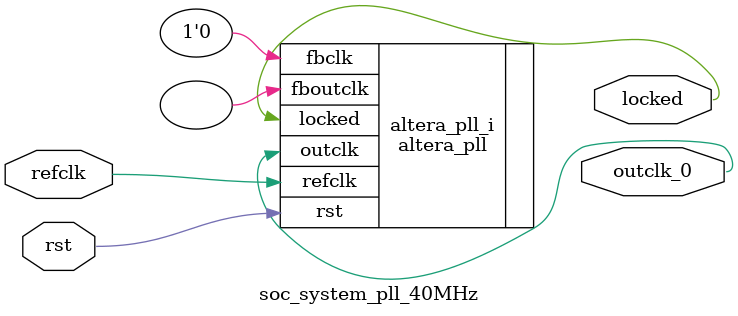
<source format=v>
`timescale 1ns/10ps
module  soc_system_pll_40MHz(

	// interface 'refclk'
	input wire refclk,

	// interface 'reset'
	input wire rst,

	// interface 'outclk0'
	output wire outclk_0,

	// interface 'locked'
	output wire locked
);

	altera_pll #(
		.fractional_vco_multiplier("false"),
		.reference_clock_frequency("50.0 MHz"),
		.operation_mode("direct"),
		.number_of_clocks(1),
		.output_clock_frequency0("40.000000 MHz"),
		.phase_shift0("0 ps"),
		.duty_cycle0(50),
		.output_clock_frequency1("0 MHz"),
		.phase_shift1("0 ps"),
		.duty_cycle1(50),
		.output_clock_frequency2("0 MHz"),
		.phase_shift2("0 ps"),
		.duty_cycle2(50),
		.output_clock_frequency3("0 MHz"),
		.phase_shift3("0 ps"),
		.duty_cycle3(50),
		.output_clock_frequency4("0 MHz"),
		.phase_shift4("0 ps"),
		.duty_cycle4(50),
		.output_clock_frequency5("0 MHz"),
		.phase_shift5("0 ps"),
		.duty_cycle5(50),
		.output_clock_frequency6("0 MHz"),
		.phase_shift6("0 ps"),
		.duty_cycle6(50),
		.output_clock_frequency7("0 MHz"),
		.phase_shift7("0 ps"),
		.duty_cycle7(50),
		.output_clock_frequency8("0 MHz"),
		.phase_shift8("0 ps"),
		.duty_cycle8(50),
		.output_clock_frequency9("0 MHz"),
		.phase_shift9("0 ps"),
		.duty_cycle9(50),
		.output_clock_frequency10("0 MHz"),
		.phase_shift10("0 ps"),
		.duty_cycle10(50),
		.output_clock_frequency11("0 MHz"),
		.phase_shift11("0 ps"),
		.duty_cycle11(50),
		.output_clock_frequency12("0 MHz"),
		.phase_shift12("0 ps"),
		.duty_cycle12(50),
		.output_clock_frequency13("0 MHz"),
		.phase_shift13("0 ps"),
		.duty_cycle13(50),
		.output_clock_frequency14("0 MHz"),
		.phase_shift14("0 ps"),
		.duty_cycle14(50),
		.output_clock_frequency15("0 MHz"),
		.phase_shift15("0 ps"),
		.duty_cycle15(50),
		.output_clock_frequency16("0 MHz"),
		.phase_shift16("0 ps"),
		.duty_cycle16(50),
		.output_clock_frequency17("0 MHz"),
		.phase_shift17("0 ps"),
		.duty_cycle17(50),
		.pll_type("General"),
		.pll_subtype("General")
	) altera_pll_i (
		.rst	(rst),
		.outclk	({outclk_0}),
		.locked	(locked),
		.fboutclk	( ),
		.fbclk	(1'b0),
		.refclk	(refclk)
	);
endmodule


</source>
